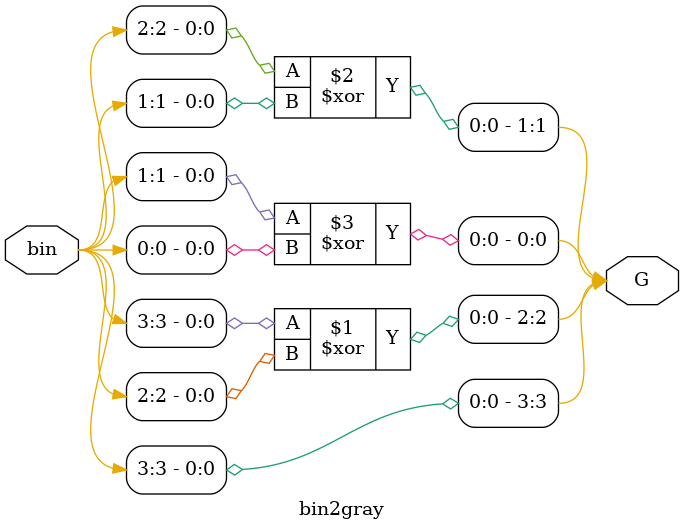
<source format=v>

module bin2gray
        (input [3:0] bin, //binary input
         output [3:0] G //gray code output
        );

//xor gates.
assign G[3] = bin[3];
assign G[2] = bin[3] ^ bin[2];
assign G[1] = bin[2] ^ bin[1];
assign G[0] = bin[1] ^ bin[0];

endmodule
</source>
